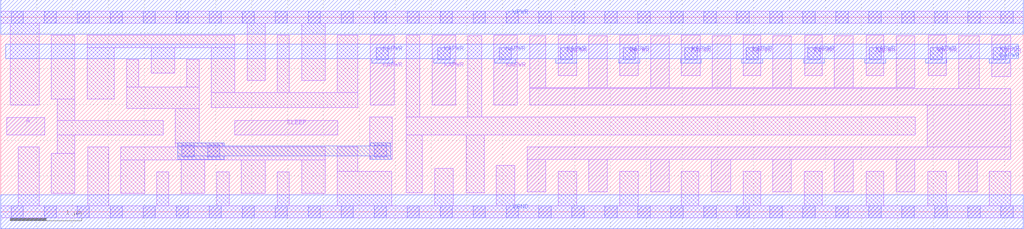
<source format=lef>
# Copyright 2020 The SkyWater PDK Authors
#
# Licensed under the Apache License, Version 2.0 (the "License");
# you may not use this file except in compliance with the License.
# You may obtain a copy of the License at
#
#     https://www.apache.org/licenses/LICENSE-2.0
#
# Unless required by applicable law or agreed to in writing, software
# distributed under the License is distributed on an "AS IS" BASIS,
# WITHOUT WARRANTIES OR CONDITIONS OF ANY KIND, either express or implied.
# See the License for the specific language governing permissions and
# limitations under the License.
#
# SPDX-License-Identifier: Apache-2.0

VERSION 5.7 ;
  NAMESCASESENSITIVE ON ;
  NOWIREEXTENSIONATPIN ON ;
  DIVIDERCHAR "/" ;
  BUSBITCHARS "[]" ;
UNITS
  DATABASE MICRONS 200 ;
END UNITS
MACRO sky130_fd_sc_hd__lpflow_isobufsrckapwr_16
  CLASS CORE ;
  SOURCE USER ;
  FOREIGN sky130_fd_sc_hd__lpflow_isobufsrckapwr_16 ;
  ORIGIN  0.000000  0.000000 ;
  SIZE  14.26000 BY  2.720000 ;
  SYMMETRY X Y R90 ;
  SITE unithd ;
  PIN A
    ANTENNAGATEAREA  0.247500 ;
    DIRECTION INPUT ;
    USE SIGNAL ;
    PORT
      LAYER li1 ;
        RECT 0.085000 1.075000 0.615000 1.320000 ;
    END
  END A
  PIN SLEEP
    ANTENNAGATEAREA  0.990000 ;
    DIRECTION INPUT ;
    USE SIGNAL ;
    PORT
      LAYER li1 ;
        RECT 3.260000 1.075000 4.700000 1.275000 ;
    END
  END SLEEP
  PIN X
    ANTENNADIFFAREA  3.180800 ;
    DIRECTION OUTPUT ;
    USE SIGNAL ;
    PORT
      LAYER li1 ;
        RECT  7.340000 0.280000  7.600000 0.735000 ;
        RECT  7.340000 0.735000 14.085000 0.905000 ;
        RECT  7.375000 1.495000 14.085000 1.720000 ;
        RECT  7.375000 1.720000 12.745000 1.735000 ;
        RECT  7.375000 1.735000  7.600000 2.460000 ;
        RECT  8.200000 0.280000  8.460000 0.735000 ;
        RECT  8.200000 1.735000  8.460000 2.460000 ;
        RECT  9.060000 0.280000  9.320000 0.735000 ;
        RECT  9.060000 1.735000  9.320000 2.460000 ;
        RECT  9.905000 0.280000 10.180000 0.735000 ;
        RECT  9.920000 1.735000 10.180000 2.460000 ;
        RECT 10.765000 0.280000 11.025000 0.735000 ;
        RECT 10.765000 1.735000 11.025000 2.460000 ;
        RECT 11.625000 0.280000 11.885000 0.735000 ;
        RECT 11.625000 1.735000 11.885000 2.460000 ;
        RECT 12.485000 0.280000 12.745000 0.735000 ;
        RECT 12.485000 1.735000 12.745000 2.460000 ;
        RECT 12.920000 0.905000 14.085000 1.495000 ;
        RECT 13.355000 0.280000 13.615000 0.735000 ;
        RECT 13.355000 1.720000 13.645000 2.460000 ;
    END
  END X
  PIN KAPWR
    DIRECTION INOUT ;
    SHAPE ABUTMENT ;
    USE POWER ;
    PORT
      LAYER li1 ;
        RECT 10.350000 1.905000 10.595000 2.465000 ;
      LAYER mcon ;
        RECT 10.395000 2.125000 10.565000 2.295000 ;
    END
    PORT
      LAYER li1 ;
        RECT 11.210000 1.905000 11.455000 2.465000 ;
      LAYER mcon ;
        RECT 11.255000 2.125000 11.425000 2.295000 ;
    END
    PORT
      LAYER li1 ;
        RECT 12.070000 1.905000 12.315000 2.465000 ;
      LAYER mcon ;
        RECT 12.110000 2.125000 12.280000 2.295000 ;
    END
    PORT
      LAYER li1 ;
        RECT 12.930000 1.905000 13.185000 2.465000 ;
      LAYER mcon ;
        RECT 12.960000 2.125000 13.130000 2.295000 ;
    END
    PORT
      LAYER li1 ;
        RECT 13.815000 1.890000 14.085000 2.465000 ;
      LAYER mcon ;
        RECT 13.840000 2.125000 14.010000 2.295000 ;
    END
    PORT
      LAYER li1 ;
        RECT 5.155000 1.495000 5.485000 2.465000 ;
      LAYER mcon ;
        RECT 5.235000 2.125000 5.405000 2.295000 ;
    END
    PORT
      LAYER li1 ;
        RECT 6.015000 1.495000 6.345000 2.465000 ;
      LAYER mcon ;
        RECT 6.095000 2.125000 6.265000 2.295000 ;
    END
    PORT
      LAYER li1 ;
        RECT 6.875000 1.495000 7.205000 2.465000 ;
      LAYER mcon ;
        RECT 6.950000 2.125000 7.120000 2.295000 ;
    END
    PORT
      LAYER li1 ;
        RECT 7.770000 1.905000 8.030000 2.465000 ;
      LAYER mcon ;
        RECT 7.800000 2.125000 7.970000 2.295000 ;
    END
    PORT
      LAYER li1 ;
        RECT 8.630000 1.905000 8.890000 2.465000 ;
      LAYER mcon ;
        RECT 8.680000 2.125000 8.850000 2.295000 ;
    END
    PORT
      LAYER li1 ;
        RECT 9.490000 1.905000 9.750000 2.465000 ;
      LAYER mcon ;
        RECT 9.540000 2.125000 9.710000 2.295000 ;
    END
    PORT
      LAYER met1 ;
        RECT  0.070000 2.140000 14.190000 2.340000 ;
        RECT  5.175000 2.080000  5.465000 2.140000 ;
        RECT  6.035000 2.080000  6.325000 2.140000 ;
        RECT  6.890000 2.080000  7.180000 2.140000 ;
        RECT  7.740000 2.080000  8.030000 2.140000 ;
        RECT  8.620000 2.080000  8.910000 2.140000 ;
        RECT  9.480000 2.080000  9.770000 2.140000 ;
        RECT 10.335000 2.080000 10.625000 2.140000 ;
        RECT 11.195000 2.080000 11.485000 2.140000 ;
        RECT 12.050000 2.080000 12.340000 2.140000 ;
        RECT 12.900000 2.080000 13.190000 2.140000 ;
        RECT 13.780000 2.080000 14.070000 2.140000 ;
    END
  END KAPWR
  PIN VGND
    DIRECTION INOUT ;
    SHAPE ABUTMENT ;
    USE GROUND ;
    PORT
      LAYER met1 ;
        RECT 0.000000 -0.240000 14.260000 0.240000 ;
    END
  END VGND
  PIN VPWR
    DIRECTION INOUT ;
    SHAPE ABUTMENT ;
    USE POWER ;
    PORT
      LAYER met1 ;
        RECT 0.000000 2.480000 14.260000 2.960000 ;
    END
  END VPWR
  OBS
    LAYER li1 ;
      RECT  0.000000 -0.085000 14.260000 0.085000 ;
      RECT  0.000000  2.635000 14.260000 2.805000 ;
      RECT  0.130000  1.495000  0.535000 2.635000 ;
      RECT  0.245000  0.085000  0.535000 0.905000 ;
      RECT  0.705000  0.255000  1.035000 0.815000 ;
      RECT  0.705000  1.575000  1.035000 2.465000 ;
      RECT  0.785000  0.815000  1.035000 1.075000 ;
      RECT  0.785000  1.075000  2.265000 1.275000 ;
      RECT  0.785000  1.275000  1.035000 1.575000 ;
      RECT  1.205000  1.575000  1.585000 2.295000 ;
      RECT  1.205000  2.295000  3.265000 2.465000 ;
      RECT  1.215000  0.085000  1.505000 0.905000 ;
      RECT  1.675000  0.255000  2.005000 0.725000 ;
      RECT  1.675000  0.725000  4.525000 0.905000 ;
      RECT  1.755000  1.445000  2.765000 1.745000 ;
      RECT  1.755000  1.745000  1.925000 2.125000 ;
      RECT  2.095000  1.935000  2.425000 2.295000 ;
      RECT  2.175000  0.085000  2.345000 0.555000 ;
      RECT  2.435000  0.905000  3.095000 0.965000 ;
      RECT  2.435000  0.965000  2.765000 1.445000 ;
      RECT  2.515000  0.255000  2.845000 0.725000 ;
      RECT  2.595000  1.745000  2.765000 2.125000 ;
      RECT  2.935000  1.455000  4.975000 1.665000 ;
      RECT  2.935000  1.665000  3.265000 2.295000 ;
      RECT  3.015000  0.085000  3.185000 0.555000 ;
      RECT  3.355000  0.255000  3.685000 0.725000 ;
      RECT  3.435000  1.835000  3.685000 2.635000 ;
      RECT  3.855000  0.085000  4.025000 0.555000 ;
      RECT  3.855000  1.665000  4.025000 2.465000 ;
      RECT  4.195000  0.255000  4.525000 0.725000 ;
      RECT  4.195000  1.835000  4.525000 2.635000 ;
      RECT  4.695000  0.085000  5.450000 0.565000 ;
      RECT  4.695000  0.565000  4.975000 0.905000 ;
      RECT  4.695000  1.665000  4.975000 2.465000 ;
      RECT  5.145000  0.735000  5.460000 1.325000 ;
      RECT  5.655000  0.265000  5.880000 1.075000 ;
      RECT  5.655000  1.075000 12.750000 1.325000 ;
      RECT  5.655000  1.325000  5.845000 2.465000 ;
      RECT  6.050000  0.085000  6.310000 0.610000 ;
      RECT  6.490000  0.265000  6.740000 1.075000 ;
      RECT  6.515000  1.325000  6.705000 2.460000 ;
      RECT  6.910000  0.085000  7.170000 0.645000 ;
      RECT  7.770000  0.085000  8.030000 0.565000 ;
      RECT  8.630000  0.085000  8.890000 0.565000 ;
      RECT  9.490000  0.085000  9.735000 0.565000 ;
      RECT 10.350000  0.085000 10.595000 0.565000 ;
      RECT 11.205000  0.085000 11.455000 0.565000 ;
      RECT 12.065000  0.085000 12.315000 0.565000 ;
      RECT 12.925000  0.085000 13.185000 0.565000 ;
      RECT 13.785000  0.085000 14.085000 0.565000 ;
    LAYER mcon ;
      RECT  0.145000 -0.085000  0.315000 0.085000 ;
      RECT  0.145000  2.635000  0.315000 2.805000 ;
      RECT  0.605000 -0.085000  0.775000 0.085000 ;
      RECT  0.605000  2.635000  0.775000 2.805000 ;
      RECT  1.065000 -0.085000  1.235000 0.085000 ;
      RECT  1.065000  2.635000  1.235000 2.805000 ;
      RECT  1.525000 -0.085000  1.695000 0.085000 ;
      RECT  1.525000  2.635000  1.695000 2.805000 ;
      RECT  1.985000 -0.085000  2.155000 0.085000 ;
      RECT  1.985000  2.635000  2.155000 2.805000 ;
      RECT  2.445000 -0.085000  2.615000 0.085000 ;
      RECT  2.445000  2.635000  2.615000 2.805000 ;
      RECT  2.525000  0.765000  2.695000 0.935000 ;
      RECT  2.885000  0.765000  3.055000 0.935000 ;
      RECT  2.905000 -0.085000  3.075000 0.085000 ;
      RECT  2.905000  2.635000  3.075000 2.805000 ;
      RECT  3.365000 -0.085000  3.535000 0.085000 ;
      RECT  3.365000  2.635000  3.535000 2.805000 ;
      RECT  3.825000 -0.085000  3.995000 0.085000 ;
      RECT  3.825000  2.635000  3.995000 2.805000 ;
      RECT  4.285000 -0.085000  4.455000 0.085000 ;
      RECT  4.285000  2.635000  4.455000 2.805000 ;
      RECT  4.745000 -0.085000  4.915000 0.085000 ;
      RECT  4.745000  2.635000  4.915000 2.805000 ;
      RECT  5.205000 -0.085000  5.375000 0.085000 ;
      RECT  5.205000  2.635000  5.375000 2.805000 ;
      RECT  5.210000  0.765000  5.380000 0.935000 ;
      RECT  5.665000 -0.085000  5.835000 0.085000 ;
      RECT  5.665000  2.635000  5.835000 2.805000 ;
      RECT  6.125000 -0.085000  6.295000 0.085000 ;
      RECT  6.125000  2.635000  6.295000 2.805000 ;
      RECT  6.585000 -0.085000  6.755000 0.085000 ;
      RECT  6.585000  2.635000  6.755000 2.805000 ;
      RECT  7.045000 -0.085000  7.215000 0.085000 ;
      RECT  7.045000  2.635000  7.215000 2.805000 ;
      RECT  7.505000 -0.085000  7.675000 0.085000 ;
      RECT  7.505000  2.635000  7.675000 2.805000 ;
      RECT  7.965000 -0.085000  8.135000 0.085000 ;
      RECT  7.965000  2.635000  8.135000 2.805000 ;
      RECT  8.425000 -0.085000  8.595000 0.085000 ;
      RECT  8.425000  2.635000  8.595000 2.805000 ;
      RECT  8.885000 -0.085000  9.055000 0.085000 ;
      RECT  8.885000  2.635000  9.055000 2.805000 ;
      RECT  9.345000 -0.085000  9.515000 0.085000 ;
      RECT  9.345000  2.635000  9.515000 2.805000 ;
      RECT  9.805000 -0.085000  9.975000 0.085000 ;
      RECT  9.805000  2.635000  9.975000 2.805000 ;
      RECT 10.265000 -0.085000 10.435000 0.085000 ;
      RECT 10.265000  2.635000 10.435000 2.805000 ;
      RECT 10.725000 -0.085000 10.895000 0.085000 ;
      RECT 10.725000  2.635000 10.895000 2.805000 ;
      RECT 11.185000 -0.085000 11.355000 0.085000 ;
      RECT 11.185000  2.635000 11.355000 2.805000 ;
      RECT 11.645000 -0.085000 11.815000 0.085000 ;
      RECT 11.645000  2.635000 11.815000 2.805000 ;
      RECT 12.105000 -0.085000 12.275000 0.085000 ;
      RECT 12.105000  2.635000 12.275000 2.805000 ;
      RECT 12.565000 -0.085000 12.735000 0.085000 ;
      RECT 12.565000  2.635000 12.735000 2.805000 ;
      RECT 13.025000 -0.085000 13.195000 0.085000 ;
      RECT 13.025000  2.635000 13.195000 2.805000 ;
      RECT 13.485000 -0.085000 13.655000 0.085000 ;
      RECT 13.485000  2.635000 13.655000 2.805000 ;
      RECT 13.945000 -0.085000 14.115000 0.085000 ;
      RECT 13.945000  2.635000 14.115000 2.805000 ;
    LAYER met1 ;
      RECT 2.465000 0.735000 3.115000 0.780000 ;
      RECT 2.465000 0.780000 5.440000 0.920000 ;
      RECT 2.465000 0.920000 3.115000 0.965000 ;
      RECT 5.150000 0.735000 5.440000 0.780000 ;
      RECT 5.150000 0.920000 5.440000 0.965000 ;
  END
END sky130_fd_sc_hd__lpflow_isobufsrckapwr_16

</source>
